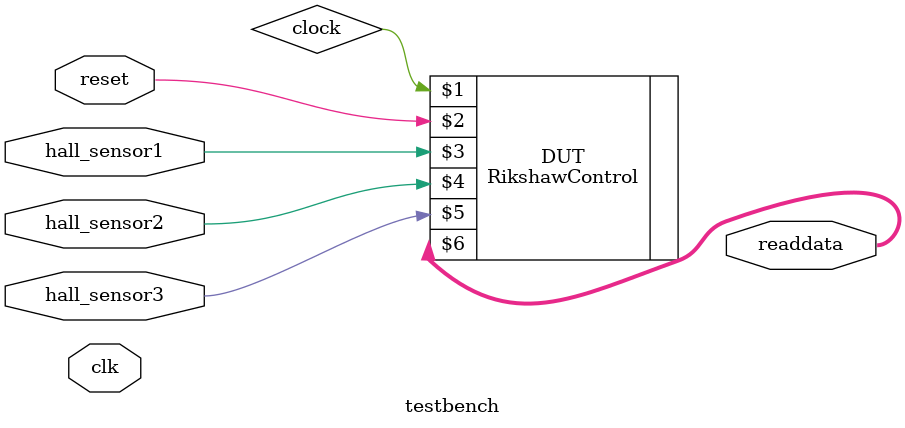
<source format=sv>
module testbench (
    input clk,
    input  reset,
    output signed [31:0] readdata,
	input hall_sensor1,
	input hall_sensor2,
	input hall_sensor3
  );

	RikshawControl DUT(
		clock, reset, hall_sensor1, hall_sensor2, hall_sensor3, readdata
	);

 
endmodule
</source>
